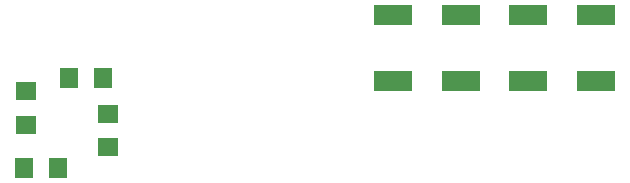
<source format=gbr>
G04 EAGLE Gerber X2 export*
%TF.Part,Single*%
%TF.FileFunction,Paste,Bot*%
%TF.FilePolarity,Positive*%
%TF.GenerationSoftware,Autodesk,EAGLE,8.7.1*%
%TF.CreationDate,2018-04-19T12:08:15Z*%
G75*
%MOMM*%
%FSLAX34Y34*%
%LPD*%
%AMOC8*
5,1,8,0,0,1.08239X$1,22.5*%
G01*
%ADD10R,3.200000X1.800000*%
%ADD11R,1.800000X1.600000*%
%ADD12R,1.600000X1.800000*%


D10*
X647700Y365700D03*
X647700Y421700D03*
X704850Y365700D03*
X704850Y421700D03*
X533400Y365700D03*
X533400Y421700D03*
X590550Y365700D03*
X590550Y421700D03*
D11*
X222250Y356900D03*
X222250Y328900D03*
X292100Y309850D03*
X292100Y337850D03*
D12*
X287050Y368300D03*
X259050Y368300D03*
X220950Y292100D03*
X248950Y292100D03*
M02*

</source>
